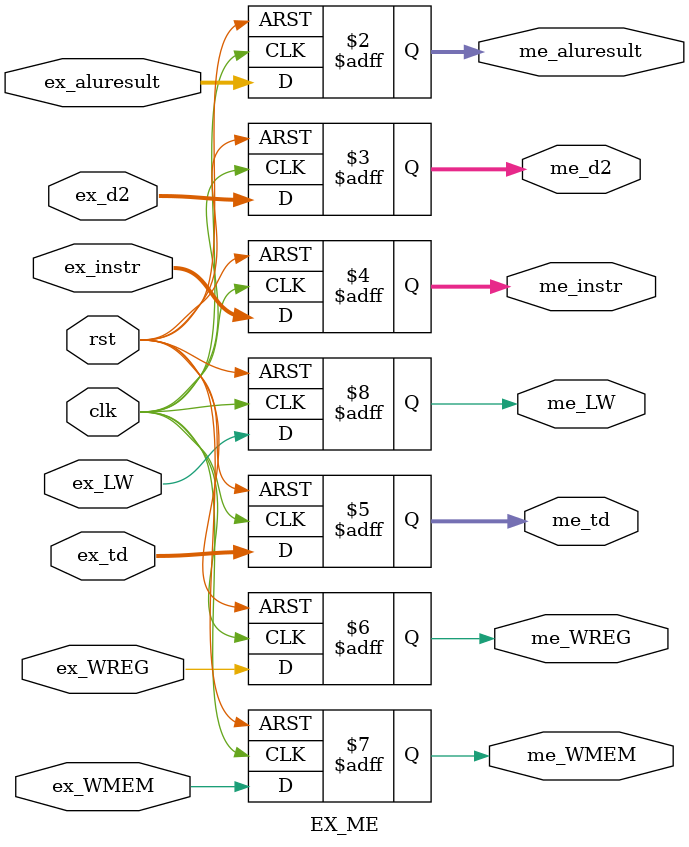
<source format=v>
module EX_ME(

	clk,rst,

	ex_aluresult, ex_td, ex_d2, ex_WREG, ex_WMEM, ex_LW,ex_instr,
	me_aluresult, me_td, me_d2, me_WREG, me_WMEM, me_LW,me_instr

    );

	input clk,rst;

	input wire [31:0] ex_aluresult,ex_d2,ex_instr;

	input wire [4:0] ex_td;

	input wire ex_WREG,ex_WMEM,ex_LW;

	output reg [31:0] me_aluresult,me_d2,me_instr;

	output reg [4:0] me_td;

	output reg me_WREG,me_WMEM,me_LW;



	always @(posedge clk or posedge rst)

	begin

	if(rst)

	begin

		me_aluresult <= 0;

		me_d2 <= 0;

		me_td <= 0;

		me_WREG <= 0;

		me_WMEM <= 0;

		me_LW <= 0;

		me_instr<=32'b100000;

	end

	else

	begin

		me_aluresult <= ex_aluresult;

		me_d2 <= ex_d2;

		me_td <= ex_td;

		me_WREG <= ex_WREG;

		me_WMEM <= ex_WMEM;

		me_LW <= ex_LW;

		me_instr<=ex_instr;

	end

	end



endmodule
</source>
